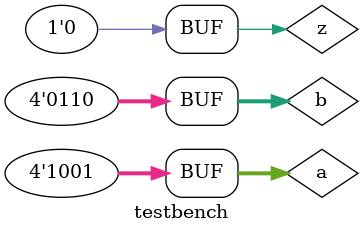
<source format=v>
module fadder_behav(a,b,cin,sum,cout);
input [3:0]a,b;
input cin;
output [3:0]sum;
output cout;
reg sum;//need to define a reg for lvalue, sum and cout.else error
reg cout;

always@(*) begin

{cout,sum}=a+b+cin;

end
endmodule


module testbench;
reg [3:0]a,b;
wire [3:0]s;//reg s cannot be driven by continuous assign.
reg z;
wire c;
fadder_behav fb(a,b,z,s,c);

initial
begin
$dumpfile("fadderBehavioral.vcd");
$dumpvars();
end

initial
$monitor(,$time ,"a=%4b,b=%4b,z=%b,s=%4b,c=%b",a,b,z,s,c);
initial        
begin        
    #0 a =  4'b0001;// represents delay
	#0 b =  4'b0010;
	#0 z =  1'b0;
	repeat(8)//repeat the loop 8 times
	#8 a = a + 4'b0001;
	#8 b = b + 4'b0100;
end 
endmodule




</source>
